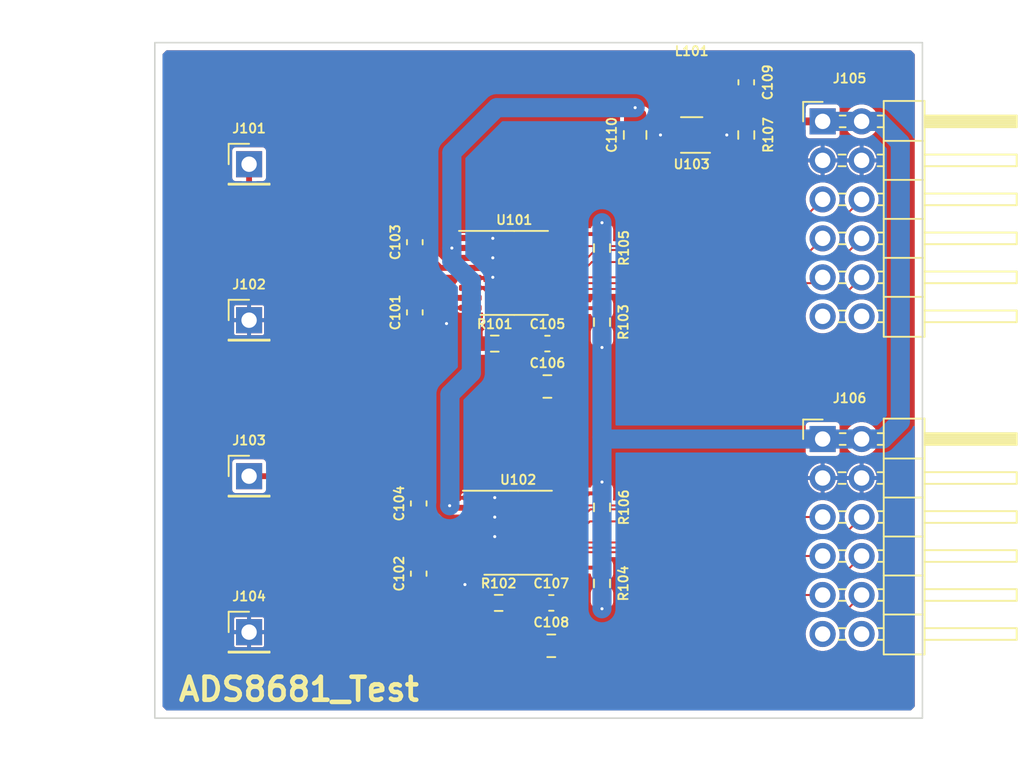
<source format=kicad_pcb>
(kicad_pcb (version 20221018) (generator pcbnew)
  (layers (0 "F.Cu" signal) (31 "B.Cu" signal) (34 "B.Paste" user) (35 "F.Paste" user) (36 "B.SilkS" user "B.Silkscreen") (37 "F.SilkS" user "F.Silkscreen") (38 "B.Mask" user) (39 "F.Mask" user) (44 "Edge.Cuts" user))
  (net 0 "")
  (net 1 "Net-(J101-Pin_1)")
  (net 2 "GND")
  (net 3 "Net-(J103-Pin_1)")
  (net 4 "Net-(U101-REFIO)")
  (net 5 "Net-(U102-REFIO)")
  (net 6 "Net-(C105-Pad1)")
  (net 7 "Net-(C107-Pad1)")
  (net 8 "+3V3")
  (net 9 "+5V")
  (net 10 "/ADC1_~{CS}")
  (net 11 "/ADC1_SDO-1")
  (net 12 "/ADC1_SCLK")
  (net 13 "/ADC1_RVS")
  (net 14 "/ADC1_SDI")
  (net 16 "/ADC1_SDO-0")
  (net 18 "/ADC2_~{CS}")
  (net 19 "/ADC2_SDO-1")
  (net 20 "/ADC2_SCLK")
  (net 21 "/ADC2_RVS")
  (net 22 "/ADC2_SDI")
  (net 24 "/ADC2_SDO-0")
  (net 26 "Net-(U101-REFCAP)")
  (net 27 "Net-(U102-REFCAP)")
  (net 28 "Net-(U101-~{RST})")
  (net 29 "Net-(U102-~{RST})")
  (net 30 "Net-(U103-~{SHDN})")
  (net 31 "Net-(U103-SW)")
  (footprint "Library:NRH3012" (layer "F.Cu") (at 132.969 53.086 180)
    (fp_text reference "L101" (at 0 2.032 unlocked) (layer "F.SilkS") (effects (font (size 0.6 0.6) (thickness 0.12))))
    (fp_text value locked "NRH3012T100MN")
    (pad "1" smd roundrect (at -1.1 0 180) (size 0.8 2.7) (layers "F.Cu" "F.Paste" "F.Mask") (net 8 "+3V3"))
    (pad "2" smd roundrect (at 1.1 0 180) (size 0.8 2.7) (layers "F.Cu" "F.Paste" "F.Mask") (net 31 "Net-(U103-SW)"))
  )
  (footprint "Capacitor_SMD:C_0603_1608Metric_Pad1.08x0.95mm_HandSolder" (layer "F.Cu") (at 123.571 70.104)
    (fp_text reference "C105" (at 0 -1.27) (layer "F.SilkS") (effects (font (size 0.6 0.6) (thickness 0.12))))
    (fp_text value "1u")
    (pad "1" smd roundrect (at -0.8625 0) (size 1.075 0.95) (layers "F.Cu" "F.Paste" "F.Mask") (net 6 "Net-(C105-Pad1)"))
    (pad "2" smd roundrect (at 0.8625 0) (size 1.075 0.95) (layers "F.Cu" "F.Paste" "F.Mask") (net 2 "GND"))
  )
  (footprint "Connector_PinHeader_2.54mm:PinHeader_2x06_P2.54mm_Horizontal" (layer "F.Cu") (at 141.5 55.63)
    (fp_text reference "J105" (at 1.756 -2.798) (layer "F.SilkS") (effects (font (size 0.6 0.6) (thickness 0.12))))
    (fp_text value "71764-0012")
    (pad "1" thru_hole rect locked (at 0 0) (size 1.7 1.7) (drill 1) (layers "*.Cu" "*.Mask") (net 8 "+3V3"))
    (pad "2" thru_hole oval locked (at 2.54 0) (size 1.7 1.7) (drill 1) (layers "*.Cu" "*.Mask") (net 8 "+3V3"))
    (pad "3" thru_hole oval locked (at 0 2.54) (size 1.7 1.7) (drill 1) (layers "*.Cu" "*.Mask") (net 2 "GND"))
    (pad "4" thru_hole oval locked (at 2.54 2.54) (size 1.7 1.7) (drill 1) (layers "*.Cu" "*.Mask") (net 2 "GND"))
    (pad "5" thru_hole oval locked (at 0 5.08) (size 1.7 1.7) (drill 1) (layers "*.Cu" "*.Mask") (net 13 "/ADC1_RVS"))
    (pad "6" thru_hole oval locked (at 2.54 5.08) (size 1.7 1.7) (drill 1) (layers "*.Cu" "*.Mask") (net 11 "/ADC1_SDO-1"))
    (pad "7" thru_hole oval locked (at 0 7.62) (size 1.7 1.7) (drill 1) (layers "*.Cu" "*.Mask") (net 16 "/ADC1_SDO-0"))
    (pad "8" thru_hole oval locked (at 2.54 7.62) (size 1.7 1.7) (drill 1) (layers "*.Cu" "*.Mask") (net 12 "/ADC1_SCLK"))
    (pad "9" thru_hole oval locked (at 0 10.16) (size 1.7 1.7) (drill 1) (layers "*.Cu" "*.Mask") (net 10 "/ADC1_~{CS}"))
    (pad "10" thru_hole oval locked (at 2.54 10.16) (size 1.7 1.7) (drill 1) (layers "*.Cu" "*.Mask") (net 14 "/ADC1_SDI"))
    (pad "11" thru_hole oval locked (at 0 12.7) (size 1.7 1.7) (drill 1) (layers "*.Cu" "*.Mask"))
    (pad "12" thru_hole oval locked (at 2.54 12.7) (size 1.7 1.7) (drill 1) (layers "*.Cu" "*.Mask"))
  )
  (footprint "Capacitor_SMD:C_0805_2012Metric_Pad1.18x1.45mm_HandSolder" (layer "F.Cu") (at 129.286 56.515 -90)
    (fp_text reference "C110" (at 0 1.524 90) (layer "F.SilkS") (effects (font (size 0.6 0.6) (thickness 0.12))))
    (fp_text value "GRM21BR60J226ME39L")
    (pad "1" smd roundrect (at -1.0375 0 270) (size 1.175 1.45) (layers "F.Cu" "F.Paste" "F.Mask") (roundrect_rratio 0.2127659574) (net 9 "+5V"))
    (pad "2" smd roundrect (at 1.0375 0 270) (size 1.175 1.45) (layers "F.Cu" "F.Paste" "F.Mask") (roundrect_rratio 0.2127659574) (net 2 "GND"))
  )
  (footprint "Capacitor_SMD:C_0603_1608Metric_Pad1.08x0.95mm_HandSolder" (layer "F.Cu") (at 115.189 85.09 -90)
    (fp_text reference "C102" (at 0 1.27 90) (layer "F.SilkS") (effects (font (size 0.6 0.6) (thickness 0.12))))
    (fp_text value "330p")
    (pad "1" smd roundrect (at -0.8625 0 270) (size 1.075 0.95) (layers "F.Cu" "F.Paste" "F.Mask") (net 3 "Net-(J103-Pin_1)"))
    (pad "2" smd roundrect (at 0.8625 0 270) (size 1.075 0.95) (layers "F.Cu" "F.Paste" "F.Mask") (net 2 "GND"))
  )
  (footprint "Connector_PinHeader_2.54mm:PinHeader_1x01_P2.54mm_Vertical" (layer "F.Cu") (at 104.14 58.42)
    (fp_text reference "J101" (at 0 -2.33) (layer "F.SilkS") (effects (font (size 0.6 0.6) (thickness 0.12))))
    (fp_text value "Conn_01x01")
    (pad "1" thru_hole rect (at 0 0) (size 1.7 1.7) (drill 1) (layers "*.Cu" "*.Mask") (net 1 "Net-(J101-Pin_1)"))
  )
  (footprint "Resistor_SMD:R_0603_1608Metric_Pad0.98x0.95mm_HandSolder" (layer "F.Cu") (at 127.127 85.725 90)
    (fp_text reference "R104" (at 0 1.397 90) (layer "F.SilkS") (effects (font (size 0.6 0.6) (thickness 0.12))))
    (fp_text value "10k")
    (pad "1" smd roundrect (at -0.9125 0 90) (size 0.975 0.95) (layers "F.Cu" "F.Paste" "F.Mask") (net 8 "+3V3"))
    (pad "2" smd roundrect (at 0.9125 0 90) (size 0.975 0.95) (layers "F.Cu" "F.Paste" "F.Mask") (net 29 "Net-(U102-~{RST})"))
  )
  (footprint "Connector_PinHeader_2.54mm:PinHeader_1x01_P2.54mm_Vertical" (layer "F.Cu") (at 104.14 88.9)
    (fp_text reference "J104" (at 0 -2.33) (layer "F.SilkS") (effects (font (size 0.6 0.6) (thickness 0.12))))
    (fp_text value "Conn_01x01")
    (pad "1" thru_hole rect (at 0 0) (size 1.7 1.7) (drill 1) (layers "*.Cu" "*.Mask") (net 2 "GND"))
  )
  (footprint "Capacitor_SMD:C_0603_1608Metric_Pad1.08x0.95mm_HandSolder" (layer "F.Cu") (at 115.189 80.518 -90)
    (fp_text reference "C104" (at 0 1.27 90) (layer "F.SilkS") (effects (font (size 0.6 0.6) (thickness 0.12))))
    (fp_text value "4u7")
    (pad "1" smd roundrect (at -0.8625 0 270) (size 1.075 0.95) (layers "F.Cu" "F.Paste" "F.Mask") (net 2 "GND"))
    (pad "2" smd roundrect (at 0.8625 0 270) (size 1.075 0.95) (layers "F.Cu" "F.Paste" "F.Mask") (net 5 "Net-(U102-REFIO)"))
  )
  (footprint "Resistor_SMD:R_0603_1608Metric_Pad0.98x0.95mm_HandSolder" (layer "F.Cu") (at 127.127 63.881 -90)
    (fp_text reference "R105" (at 0 -1.43 90) (layer "F.SilkS") (effects (font (size 0.6 0.6) (thickness 0.12))))
    (fp_text value "10k")
    (pad "1" smd roundrect (at -0.9125 0 270) (size 0.975 0.95) (layers "F.Cu" "F.Paste" "F.Mask") (net 8 "+3V3"))
    (pad "2" smd roundrect (at 0.9125 0 270) (size 0.975 0.95) (layers "F.Cu" "F.Paste" "F.Mask") (net 16 "/ADC1_SDO-0"))
  )
  (footprint "Capacitor_SMD:C_0603_1608Metric_Pad1.08x0.95mm_HandSolder" (layer "F.Cu") (at 114.935 63.5 -90)
    (fp_text reference "C103" (at 0 1.27 90) (layer "F.SilkS") (effects (font (size 0.6 0.6) (thickness 0.12))))
    (fp_text value "4u7")
    (pad "1" smd roundrect (at -0.8625 0 270) (size 1.075 0.95) (layers "F.Cu" "F.Paste" "F.Mask") (net 2 "GND"))
    (pad "2" smd roundrect (at 0.8625 0 270) (size 1.075 0.95) (layers "F.Cu" "F.Paste" "F.Mask") (net 4 "Net-(U101-REFIO)"))
  )
  (footprint "Resistor_SMD:R_0603_1608Metric_Pad0.98x0.95mm_HandSolder" (layer "F.Cu") (at 127.127 68.707 90)
    (fp_text reference "R103" (at 0 1.397 90) (layer "F.SilkS") (effects (font (size 0.6 0.6) (thickness 0.12))))
    (fp_text value "10k")
    (pad "1" smd roundrect (at -0.9125 0 90) (size 0.975 0.95) (layers "F.Cu" "F.Paste" "F.Mask") (net 8 "+3V3"))
    (pad "2" smd roundrect (at 0.9125 0 90) (size 0.975 0.95) (layers "F.Cu" "F.Paste" "F.Mask") (net 28 "Net-(U101-~{RST})"))
  )
  (footprint "Connector_PinHeader_2.54mm:PinHeader_2x06_P2.54mm_Horizontal" (layer "F.Cu") (at 141.5 76.32)
    (fp_text reference "J106" (at 1.756 -2.66) (layer "F.SilkS") (effects (font (size 0.6 0.6) (thickness 0.12))))
    (fp_text value "71764-0012")
    (pad "1" thru_hole rect locked (at 0 0) (size 1.7 1.7) (drill 1) (layers "*.Cu" "*.Mask") (net 8 "+3V3"))
    (pad "2" thru_hole oval locked (at 2.54 0) (size 1.7 1.7) (drill 1) (layers "*.Cu" "*.Mask") (net 8 "+3V3"))
    (pad "3" thru_hole oval locked (at 0 2.54) (size 1.7 1.7) (drill 1) (layers "*.Cu" "*.Mask") (net 2 "GND"))
    (pad "4" thru_hole oval locked (at 2.54 2.54) (size 1.7 1.7) (drill 1) (layers "*.Cu" "*.Mask") (net 2 "GND"))
    (pad "5" thru_hole oval locked (at 0 5.08) (size 1.7 1.7) (drill 1) (layers "*.Cu" "*.Mask") (net 21 "/ADC2_RVS"))
    (pad "6" thru_hole oval locked (at 2.54 5.08) (size 1.7 1.7) (drill 1) (layers "*.Cu" "*.Mask") (net 19 "/ADC2_SDO-1"))
    (pad "7" thru_hole oval locked (at 0 7.62) (size 1.7 1.7) (drill 1) (layers "*.Cu" "*.Mask") (net 24 "/ADC2_SDO-0"))
    (pad "8" thru_hole oval locked (at 2.54 7.62) (size 1.7 1.7) (drill 1) (layers "*.Cu" "*.Mask") (net 20 "/ADC2_SCLK"))
    (pad "9" thru_hole oval locked (at 0 10.16) (size 1.7 1.7) (drill 1) (layers "*.Cu" "*.Mask") (net 18 "/ADC2_~{CS}"))
    (pad "10" thru_hole oval locked (at 2.54 10.16) (size 1.7 1.7) (drill 1) (layers "*.Cu" "*.Mask") (net 22 "/ADC2_SDI"))
    (pad "11" thru_hole oval locked (at 0 12.7) (size 1.7 1.7) (drill 1) (layers "*.Cu" "*.Mask"))
    (pad "12" thru_hole oval locked (at 2.54 12.7) (size 1.7 1.7) (drill 1) (layers "*.Cu" "*.Mask"))
  )
  (footprint "Connector_PinHeader_2.54mm:PinHeader_1x01_P2.54mm_Vertical" (layer "F.Cu") (at 104.14 78.74)
    (fp_text reference "J103" (at 0 -2.33) (layer "F.SilkS") (effects (font (size 0.6 0.6) (thickness 0.12))))
    (fp_text value "Conn_01x01")
    (pad "1" thru_hole rect (at 0 0) (size 1.7 1.7) (drill 1) (layers "*.Cu" "*.Mask") (net 3 "Net-(J103-Pin_1)"))
  )
  (footprint "Capacitor_SMD:C_0805_2012Metric_Pad1.18x1.45mm_HandSolder" (layer "F.Cu") (at 123.571 72.898)
    (fp_text reference "C106" (at 0 -1.524) (layer "F.SilkS") (effects (font (size 0.6 0.6) (thickness 0.12))))
    (fp_text value "22u")
    (pad "1" smd roundrect (at -1.0375 0) (size 1.175 1.45) (layers "F.Cu" "F.Paste" "F.Mask") (roundrect_rratio 0.2127659574) (net 6 "Net-(C105-Pad1)"))
    (pad "2" smd roundrect (at 1.0375 0) (size 1.175 1.45) (layers "F.Cu" "F.Paste" "F.Mask") (roundrect_rratio 0.2127659574) (net 2 "GND"))
  )
  (footprint "Package_SO:TSSOP-16_4.4x5mm_P0.65mm" (layer "F.Cu") (at 121.412 65.5)
    (fp_text reference "U101" (at 0 -3.45) (layer "F.SilkS") (effects (font (size 0.6 0.6) (thickness 0.12))))
    (fp_text value "ADS8681IPWR")
    (pad "1" smd roundrect (at -2.8625 -2.275) (size 1.475 0.4) (layers "F.Cu" "F.Paste" "F.Mask") (net 2 "GND"))
    (pad "2" smd roundrect (at -2.8625 -1.625) (size 1.475 0.4) (layers "F.Cu" "F.Paste" "F.Mask") (net 9 "+5V"))
    (pad "3" smd roundrect (at -2.8625 -0.975) (size 1.475 0.4) (layers "F.Cu" "F.Paste" "F.Mask") (net 2 "GND"))
    (pad "4" smd roundrect (at -2.8625 -0.325) (size 1.475 0.4) (layers "F.Cu" "F.Paste" "F.Mask") (net 4 "Net-(U101-REFIO)"))
    (pad "5" smd roundrect (at -2.8625 0.325) (size 1.475 0.4) (layers "F.Cu" "F.Paste" "F.Mask") (net 2 "GND"))
    (pad "6" smd roundrect (at -2.8625 0.975) (size 1.475 0.4) (layers "F.Cu" "F.Paste" "F.Mask") (net 26 "Net-(U101-REFCAP)"))
    (pad "7" smd roundrect (at -2.8625 1.625) (size 1.475 0.4) (layers "F.Cu" "F.Paste" "F.Mask") (net 1 "Net-(J101-Pin_1)"))
    (pad "8" smd roundrect (at -2.8625 2.275) (size 1.475 0.4) (layers "F.Cu" "F.Paste" "F.Mask") (net 2 "GND"))
    (pad "9" smd roundrect (at 2.8625 2.275) (size 1.475 0.4) (layers "F.Cu" "F.Paste" "F.Mask") (net 28 "Net-(U101-~{RST})"))
    (pad "10" smd roundrect (at 2.8625 1.625) (size 1.475 0.4) (layers "F.Cu" "F.Paste" "F.Mask") (net 14 "/ADC1_SDI"))
    (pad "11" smd roundrect (at 2.8625 0.975) (size 1.475 0.4) (layers "F.Cu" "F.Paste" "F.Mask") (net 10 "/ADC1_~{CS}"))
    (pad "12" smd roundrect (at 2.8625 0.325) (size 1.475 0.4) (layers "F.Cu" "F.Paste" "F.Mask") (net 12 "/ADC1_SCLK"))
    (pad "13" smd roundrect (at 2.8625 -0.325) (size 1.475 0.4) (layers "F.Cu" "F.Paste" "F.Mask") (net 16 "/ADC1_SDO-0"))
    (pad "14" smd roundrect (at 2.8625 -0.975) (size 1.475 0.4) (layers "F.Cu" "F.Paste" "F.Mask") (net 11 "/ADC1_SDO-1"))
    (pad "15" smd roundrect (at 2.8625 -1.625) (size 1.475 0.4) (layers "F.Cu" "F.Paste" "F.Mask") (net 13 "/ADC1_RVS"))
    (pad "16" smd roundrect (at 2.8625 -2.275) (size 1.475 0.4) (layers "F.Cu" "F.Paste" "F.Mask") (net 8 "+3V3"))
  )
  (footprint "Connector_PinHeader_2.54mm:PinHeader_1x01_P2.54mm_Vertical" (layer "F.Cu") (at 104.14 68.58)
    (fp_text reference "J102" (at 0 -2.33) (layer "F.SilkS") (effects (font (size 0.6 0.6) (thickness 0.12))))
    (fp_text value "Conn_01x01")
    (pad "1" thru_hole rect (at 0 0) (size 1.7 1.7) (drill 1) (layers "*.Cu" "*.Mask") (net 2 "GND"))
  )
  (footprint "Capacitor_SMD:C_0805_2012Metric_Pad1.18x1.45mm_HandSolder" (layer "F.Cu") (at 123.825 89.789)
    (fp_text reference "C108" (at 0 -1.524) (layer "F.SilkS") (effects (font (size 0.6 0.6) (thickness 0.12))))
    (fp_text value "22u")
    (pad "1" smd roundrect (at -1.0375 0) (size 1.175 1.45) (layers "F.Cu" "F.Paste" "F.Mask") (roundrect_rratio 0.2127659574) (net 7 "Net-(C107-Pad1)"))
    (pad "2" smd roundrect (at 1.0375 0) (size 1.175 1.45) (layers "F.Cu" "F.Paste" "F.Mask") (roundrect_rratio 0.2127659574) (net 2 "GND"))
  )
  (footprint "Package_TO_SOT_SMD:SOT-363_SC-70-6" (layer "F.Cu") (at 132.969 56.515 180)
    (fp_text reference "U103" (at 0 -1.905) (layer "F.SilkS") (effects (font (size 0.6 0.6) (thickness 0.12))))
    (fp_text value "LTC3525-5")
    (pad "1" smd rect (at -0.95 -0.65 180) (size 0.65 0.4) (layers "F.Cu" "F.Paste" "F.Mask") (net 30 "Net-(U103-~{SHDN})"))
    (pad "2" smd rect (at -0.95 0 180) (size 0.65 0.4) (layers "F.Cu" "F.Paste" "F.Mask") (net 2 "GND"))
    (pad "3" smd rect (at -0.95 0.65 180) (size 0.65 0.4) (layers "F.Cu" "F.Paste" "F.Mask") (net 8 "+3V3"))
    (pad "4" smd rect (at 0.95 0.65 180) (size 0.65 0.4) (layers "F.Cu" "F.Paste" "F.Mask") (net 9 "+5V"))
    (pad "5" smd rect (at 0.95 0 180) (size 0.65 0.4) (layers "F.Cu" "F.Paste" "F.Mask") (net 2 "GND"))
    (pad "6" smd rect (at 0.95 -0.65 180) (size 0.65 0.4) (layers "F.Cu" "F.Paste" "F.Mask") (net 31 "Net-(U103-SW)"))
  )
  (footprint "Capacitor_SMD:C_0603_1608Metric_Pad1.08x0.95mm_HandSolder" (layer "F.Cu") (at 136.525 53.086 90)
    (fp_text reference "C109" (at 0 1.397 90) (layer "F.SilkS") (effects (font (size 0.6 0.6) (thickness 0.12))))
    (fp_text value "1u")
    (pad "1" smd roundrect (at -0.8625 0 90) (size 1.075 0.95) (layers "F.Cu" "F.Paste" "F.Mask") (net 8 "+3V3"))
    (pad "2" smd roundrect (at 0.8625 0 90) (size 1.075 0.95) (layers "F.Cu" "F.Paste" "F.Mask") (net 2 "GND"))
  )
  (footprint "Resistor_SMD:R_0603_1608Metric_Pad0.98x0.95mm_HandSolder" (layer "F.Cu") (at 136.525 56.515 -90)
    (fp_text reference "R107" (at 0 -1.43 90) (layer "F.SilkS") (effects (font (size 0.6 0.6) (thickness 0.12))))
    (fp_text value "0")
    (pad "1" smd roundrect (at -0.9125 0 270) (size 0.975 0.95) (layers "F.Cu" "F.Paste" "F.Mask") (net 8 "+3V3"))
    (pad "2" smd roundrect (at 0.9125 0 270) (size 0.975 0.95) (layers "F.Cu" "F.Paste" "F.Mask") (net 30 "Net-(U103-~{SHDN})"))
  )
  (footprint "Package_SO:TSSOP-16_4.4x5mm_P0.65mm" (layer "F.Cu") (at 121.666 82.423)
    (fp_text reference "U102" (at 0 -3.45) (layer "F.SilkS") (effects (font (size 0.6 0.6) (thickness 0.12))))
    (fp_text value "ADS8681IPWR")
    (pad "1" smd roundrect (at -2.8625 -2.275) (size 1.475 0.4) (layers "F.Cu" "F.Paste" "F.Mask") (net 2 "GND"))
    (pad "2" smd roundrect (at -2.8625 -1.625) (size 1.475 0.4) (layers "F.Cu" "F.Paste" "F.Mask") (net 9 "+5V"))
    (pad "3" smd roundrect (at -2.8625 -0.975) (size 1.475 0.4) (layers "F.Cu" "F.Paste" "F.Mask") (net 2 "GND"))
    (pad "4" smd roundrect (at -2.8625 -0.325) (size 1.475 0.4) (layers "F.Cu" "F.Paste" "F.Mask") (net 5 "Net-(U102-REFIO)"))
    (pad "5" smd roundrect (at -2.8625 0.325) (size 1.475 0.4) (layers "F.Cu" "F.Paste" "F.Mask") (net 2 "GND"))
    (pad "6" smd roundrect (at -2.8625 0.975) (size 1.475 0.4) (layers "F.Cu" "F.Paste" "F.Mask") (net 27 "Net-(U102-REFCAP)"))
    (pad "7" smd roundrect (at -2.8625 1.625) (size 1.475 0.4) (layers "F.Cu" "F.Paste" "F.Mask") (net 3 "Net-(J103-Pin_1)"))
    (pad "8" smd roundrect (at -2.8625 2.275) (size 1.475 0.4) (layers "F.Cu" "F.Paste" "F.Mask") (net 2 "GND"))
    (pad "9" smd roundrect (at 2.8625 2.275) (size 1.475 0.4) (layers "F.Cu" "F.Paste" "F.Mask") (net 29 "Net-(U102-~{RST})"))
    (pad "10" smd roundrect (at 2.8625 1.625) (size 1.475 0.4) (layers "F.Cu" "F.Paste" "F.Mask") (net 22 "/ADC2_SDI"))
    (pad "11" smd roundrect (at 2.8625 0.975) (size 1.475 0.4) (layers "F.Cu" "F.Paste" "F.Mask") (net 18 "/ADC2_~{CS}"))
    (pad "12" smd roundrect (at 2.8625 0.325) (size 1.475 0.4) (layers "F.Cu" "F.Paste" "F.Mask") (net 20 "/ADC2_SCLK"))
    (pad "13" smd roundrect (at 2.8625 -0.325) (size 1.475 0.4) (layers "F.Cu" "F.Paste" "F.Mask") (net 24 "/ADC2_SDO-0"))
    (pad "14" smd roundrect (at 2.8625 -0.975) (size 1.475 0.4) (layers "F.Cu" "F.Paste" "F.Mask") (net 19 "/ADC2_SDO-1"))
    (pad "15" smd roundrect (at 2.8625 -1.625) (size 1.475 0.4) (layers "F.Cu" "F.Paste" "F.Mask") (net 21 "/ADC2_RVS"))
    (pad "16" smd roundrect (at 2.8625 -2.275) (size 1.475 0.4) (layers "F.Cu" "F.Paste" "F.Mask") (net 8 "+3V3"))
  )
  (footprint "Capacitor_SMD:C_0603_1608Metric_Pad1.08x0.95mm_HandSolder" (layer "F.Cu") (at 114.935 68.072 -90)
    (fp_text reference "C101" (at 0 1.27 90) (layer "F.SilkS") (effects (font (size 0.6 0.6) (thickness 0.12))))
    (fp_text value "330p")
    (pad "1" smd roundrect (at -0.8625 0 270) (size 1.075 0.95) (layers "F.Cu" "F.Paste" "F.Mask") (net 1 "Net-(J101-Pin_1)"))
    (pad "2" smd roundrect (at 0.8625 0 270) (size 1.075 0.95) (layers "F.Cu" "F.Paste" "F.Mask") (net 2 "GND"))
  )
  (footprint "Resistor_SMD:R_0603_1608Metric_Pad0.98x0.95mm_HandSolder" (layer "F.Cu") (at 120.396 86.995)
    (fp_text reference "R102" (at 0 -1.27) (layer "F.SilkS") (effects (font (size 0.6 0.6) (thickness 0.12))))
    (fp_text value "0R22")
    (pad "1" smd roundrect (at -0.9125 0) (size 0.975 0.95) (layers "F.Cu" "F.Paste" "F.Mask") (net 27 "Net-(U102-REFCAP)"))
    (pad "2" smd roundrect (at 0.9125 0) (size 0.975 0.95) (layers "F.Cu" "F.Paste" "F.Mask") (net 7 "Net-(C107-Pad1)"))
  )
  (footprint "Capacitor_SMD:C_0603_1608Metric_Pad1.08x0.95mm_HandSolder" (layer "F.Cu") (at 123.825 86.995)
    (fp_text reference "C107" (at 0 -1.27) (layer "F.SilkS") (effects (font (size 0.6 0.6) (thickness 0.12))))
    (fp_text value "1u")
    (pad "1" smd roundrect (at -0.8625 0) (size 1.075 0.95) (layers "F.Cu" "F.Paste" "F.Mask") (net 7 "Net-(C107-Pad1)"))
    (pad "2" smd roundrect (at 0.8625 0) (size 1.075 0.95) (layers "F.Cu" "F.Paste" "F.Mask") (net 2 "GND"))
  )
  (footprint "Resistor_SMD:R_0603_1608Metric_Pad0.98x0.95mm_HandSolder" (layer "F.Cu") (at 127.127 80.772 -90)
    (fp_text reference "R106" (at 0 -1.43 90) (layer "F.SilkS") (effects (font (size 0.6 0.6) (thickness 0.12))))
    (fp_text value "10k")
    (pad "1" smd roundrect (at -0.9125 0 270) (size 0.975 0.95) (layers "F.Cu" "F.Paste" "F.Mask") (net 8 "+3V3"))
    (pad "2" smd roundrect (at 0.9125 0 270) (size 0.975 0.95) (layers "F.Cu" "F.Paste" "F.Mask") (net 24 "/ADC2_SDO-0"))
  )
  (footprint "Resistor_SMD:R_0603_1608Metric_Pad0.98x0.95mm_HandSolder" (layer "F.Cu") (at 120.142 70.104)
    (fp_text reference "R101" (at 0 -1.27) (layer "F.SilkS") (effects (font (size 0.6 0.6) (thickness 0.12))))
    (fp_text value "0R22")
    (pad "1" smd roundrect (at -0.9125 0) (size 0.975 0.95) (layers "F.Cu" "F.Paste" "F.Mask") (net 26 "Net-(U101-REFCAP)"))
    (pad "2" smd roundrect (at 0.9125 0) (size 0.975 0.95) (layers "F.Cu" "F.Paste" "F.Mask") (net 6 "Net-(C105-Pad1)"))
  )
  (gr_rect (start 98 50.5) (end 148 94.5) (stroke (width 0.1)) (fill none) (layer "Edge.Cuts"))
  (gr_text "ADS8681_Test" (at 99.4 93.5) (layer "F.SilkS") (effects (font (size 1.5 1.5) (thickness 0.3) bold) (justify left bottom)))
  (segment (start 118.5495 67.125) (end 115.0195 67.125) (width 0.381) (layer "F.Cu") (net 1))
  (segment (start 114.935 67.2095) (end 110.2625 67.2095) (width 0.381) (layer "F.Cu") (net 1))
  (segment (start 104.14 61.087) (end 104.14 58.42) (width 0.381) (layer "F.Cu") (net 1))
  (segment (start 110.2625 67.2095) (end 104.14 61.087) (width 0.381) (layer "F.Cu") (net 1))
  (segment (start 115.0195 67.125) (end 114.935 67.2095) (width 0.381) (layer "F.Cu") (net 1))
  (segment (start 117 68.8) (end 118.1 68.8) (width 0.254) (layer "F.Cu") (net 2))
  (segment (start 118.5495 63.225) (end 119.994 63.225) (width 0.254) (layer "F.Cu") (net 2))
  (segment (start 118.8035 80.148) (end 120.131 80.148) (width 0.254) (layer "F.Cu") (net 2))
  (segment (start 120.131 80.148) (end 120.142 80.137) (width 0.254) (layer "F.Cu") (net 2))
  (segment (start 118.8035 81.448) (end 120.101 81.448) (width 0.254) (layer "F.Cu") (net 2))
  (segment (start 118.6 85.8) (end 118.8035 85.5965) (width 0.254) (layer "F.Cu") (net 2))
  (segment (start 119.976 65.825) (end 120.015 65.786) (width 0.254) (layer "F.Cu") (net 2))
  (segment (start 118.8035 85.5965) (end 118.8035 84.698) (width 0.254) (layer "F.Cu") (net 2))
  (segment (start 132.019 56.515) (end 130.937 56.515) (width 0.381) (layer "F.Cu") (net 2))
  (segment (start 120.071 82.748) (end 120.142 82.677) (width 0.254) (layer "F.Cu") (net 2))
  (segment (start 118.8035 82.748) (end 120.071 82.748) (width 0.254) (layer "F.Cu") (net 2))
  (segment (start 118.5495 65.825) (end 119.976 65.825) (width 0.254) (layer "F.Cu") (net 2))
  (segment (start 119.994 63.225) (end 120.015 63.246) (width 0.254) (layer "F.Cu") (net 2))
  (segment (start 118.2 85.8) (end 118.6 85.8) (width 0.254) (layer "F.Cu") (net 2))
  (segment (start 118.5495 64.525) (end 120.006 64.525) (width 0.254) (layer "F.Cu") (net 2))
  (segment (start 118.1 68.8) (end 118.5495 68.3505) (width 0.254) (layer "F.Cu") (net 2))
  (segment (start 120.101 81.448) (end 120.142 81.407) (width 0.254) (layer "F.Cu") (net 2))
  (segment (start 133.919 56.515) (end 135.255 56.515) (width 0.381) (layer "F.Cu") (net 2))
  (segment (start 118.5495 68.3505) (end 118.5495 67.775) (width 0.254) (layer "F.Cu") (net 2))
  (segment (start 120.006 64.525) (end 120.015 64.516) (width 0.254) (layer "F.Cu") (net 2))
  (via (at 120.142 80.137) (size 0.5) (drill 0.2) (layers "F.Cu" "B.Cu") (net 2))
  (via (at 120.142 81.407) (size 0.5) (drill 0.2) (layers "F.Cu" "B.Cu") (net 2))
  (via (at 120.015 65.786) (size 0.5) (drill 0.2) (layers "F.Cu" "B.Cu") (net 2))
  (via (at 120.015 64.516) (size 0.5) (drill 0.2) (layers "F.Cu" "B.Cu") (net 2))
  (via (at 130.937 56.515) (size 0.5) (drill 0.2) (layers "F.Cu" "B.Cu") (net 2))
  (via (at 120.015 63.246) (size 0.5) (drill 0.2) (layers "F.Cu" "B.Cu") (net 2))
  (via (at 120.142 82.677) (size 0.5) (drill 0.2) (layers "F.Cu" "B.Cu") (net 2))
  (via (at 135.255 56.515) (size 0.5) (drill 0.2) (layers "F.Cu" "B.Cu") (net 2))
  (via (at 117 68.8) (size 0.5) (drill 0.2) (layers "F.Cu" "B.Cu") (net 2))
  (via (at 118.2 85.8) (size 0.5) (drill 0.2) (layers "F.Cu" "B.Cu") (net 2))
  (segment (start 118.8035 84.048) (end 115.3685 84.048) (width 0.381) (layer "F.Cu") (net 3))
  (segment (start 106.426 78.74) (end 104.14 78.74) (width 0.381) (layer "F.Cu") (net 3))
  (segment (start 115.189 84.2275) (end 111.9135 84.2275) (width 0.381) (layer "F.Cu") (net 3))
  (segment (start 115.3685 84.048) (end 115.189 84.2275) (width 0.381) (layer "F.Cu") (net 3))
  (segment (start 111.9135 84.2275) (end 106.426 78.74) (width 0.381) (layer "F.Cu") (net 3))
  (segment (start 116.61 65.175) (end 115.7975 64.3625) (width 0.381) (layer "F.Cu") (net 4))
  (segment (start 118.5495 65.175) (end 116.61 65.175) (width 0.381) (layer "F.Cu") (net 4))
  (segment (start 115.7975 64.3625) (end 114.935 64.3625) (width 0.381) (layer "F.Cu") (net 4))
  (segment (start 116.769 82.098) (end 116.0515 81.3805) (width 0.381) (layer "F.Cu") (net 5))
  (segment (start 116.0515 81.3805) (end 115.189 81.3805) (width 0.381) (layer "F.Cu") (net 5))
  (segment (start 118.8035 82.098) (end 116.769 82.098) (width 0.381) (layer "F.Cu") (net 5))
  (segment (start 122.7085 70.104) (end 121.0545 70.104) (width 0.508) (layer "F.Cu") (net 6))
  (segment (start 122.5335 70.279) (end 122.7085 70.104) (width 0.508) (layer "F.Cu") (net 6))
  (segment (start 122.5335 72.898) (end 122.5335 70.279) (width 0.508) (layer "F.Cu") (net 6))
  (segment (start 122.9625 86.995) (end 121.3085 86.995) (width 0.508) (layer "F.Cu") (net 7))
  (segment (start 122.7875 87.17) (end 122.9625 86.995) (width 0.508) (layer "F.Cu") (net 7))
  (segment (start 122.7875 89.789) (end 122.7875 87.17) (width 0.508) (layer "F.Cu") (net 7))
  (segment (start 136.525 53.9485) (end 135.8635 53.9485) (width 0.508) (layer "F.Cu") (net 8))
  (segment (start 127.127 62.9685) (end 127.127 62.23) (width 0.508) (layer "F.Cu") (net 8))
  (segment (start 127.127 79.8595) (end 126.2725 79.8595) (width 0.254) (layer "F.Cu") (net 8))
  (segment (start 136.5525 55.63) (end 136.525 55.6025) (width 0.508) (layer "F.Cu") (net 8))
  (segment (start 126.2725 79.8595) (end 125.984 80.148) (width 0.254) (layer "F.Cu") (net 8))
  (segment (start 127.127 62.9685) (end 125.9865 62.9685) (width 0.254) (layer "F.Cu") (net 8))
  (segment (start 135.8635 53.9485) (end 135.001 53.086) (width 0.508) (layer "F.Cu") (net 8))
  (segment (start 141.5 55.63) (end 136.5525 55.63) (width 0.508) (layer "F.Cu") (net 8))
  (segment (start 124.5285 80.148) (end 125.984 80.148) (width 0.254) (layer "F.Cu") (net 8))
  (segment (start 125.9865 62.9685) (end 125.73 63.225) (width 0.254) (layer "F.Cu") (net 8))
  (segment (start 135.016 55.865) (end 135.2785 55.6025) (width 0.381) (layer "F.Cu") (net 8))
  (segment (start 136.525 55.6025) (end 136.525 53.9485) (width 0.381) (layer "F.Cu") (net 8))
  (segment (start 133.919 55.865) (end 135.016 55.865) (width 0.381) (layer "F.Cu") (net 8))
  (segment (start 127.127 69.6195) (end 127.127 70.358) (width 0.508) (layer "F.Cu") (net 8))
  (segment (start 127.127 79.8595) (end 127.127 79.121) (width 0.508) (layer "F.Cu") (net 8))
  (segment (start 127.127 86.6375) (end 127.127 87.376) (width 0.508) (layer "F.Cu") (net 8))
  (segment (start 135.001 53.086) (end 134.069 53.086) (width 0.508) (layer "F.Cu") (net 8))
  (segment (start 135.2785 55.6025) (end 136.525 55.6025) (width 0.381) (layer "F.Cu") (net 8))
  (segment (start 124.2745 63.225) (end 125.73 63.225) (width 0.254) (layer "F.Cu") (net 8))
  (via (at 127.127 62.23) (size 0.5) (drill 0.2) (layers "F.Cu" "B.Cu") (net 8))
  (via (at 127.127 70.358) (size 0.5) (drill 0.2) (layers "F.Cu" "B.Cu") (net 8))
  (via (at 127.127 79.121) (size 0.5) (drill 0.2) (layers "F.Cu" "B.Cu") (net 8))
  (via (at 127.127 87.376) (size 0.5) (drill 0.2) (layers "F.Cu" "B.Cu") (net 8))
  (segment (start 127.127 76.2) (end 127.127 70.358) (width 1.247) (layer "B.Cu") (net 8))
  (segment (start 145.422 76.32) (end 146.558 75.184) (width 1.247) (layer "B.Cu") (net 8))
  (segment (start 144.04 76.32) (end 145.422 76.32) (width 1.247) (layer "B.Cu") (net 8))
  (segment (start 127.127 70.358) (end 127.127 62.23) (width 1.247) (layer "B.Cu") (net 8))
  (segment (start 146.558 75.184) (end 146.558 57.023) (width 1.247) (layer "B.Cu") (net 8))
  (segment (start 144.04 76.32) (end 127.247 76.32) (width 1.247) (layer "B.Cu") (net 8))
  (segment (start 127.127 79.121) (end 127.127 76.2) (width 1.247) (layer "B.Cu") (net 8))
  (segment (start 127.247 76.32) (end 127.127 76.2) (width 1.247) (layer "B.Cu") (net 8))
  (segment (start 127.127 87.376) (end 127.127 79.121) (width 1.247) (layer "B.Cu") (net 8))
  (segment (start 145.165 55.63) (end 144.04 55.63) (width 1.247) (layer "B.Cu") (net 8))
  (segment (start 146.558 57.023) (end 145.165 55.63) (width 1.247) (layer "B.Cu") (net 8))
  (segment (start 144.04 55.63) (end 141.5 55.63) (width 1.247) (layer "B.Cu") (net 8))
  (segment (start 129.286 55.4775) (end 129.286 54.737) (width 0.508) (layer "F.Cu") (net 9))
  (segment (start 117.203 80.663) (end 117.338 80.798) (width 0.381) (layer "F.Cu") (net 9))
  (segment (start 132.019 55.865) (end 131.43 55.865) (width 0.381) (layer "F.Cu") (net 9))
  (segment (start 131.0425 55.4775) (end 129.286 55.4775) (width 0.381) (layer "F.Cu") (net 9))
  (segment (start 117.354 63.875) (end 117.348 63.881) (width 0.381) (layer "F.Cu") (net 9))
  (segment (start 131.43 55.865) (end 131.0425 55.4775) (width 0.381) (layer "F.Cu") (net 9))
  (segment (start 117.338 80.798) (end 118.8035 80.798) (width 0.381) (layer "F.Cu") (net 9))
  (segment (start 118.5495 63.875) (end 117.354 63.875) (width 0.381) (layer "F.Cu") (net 9))
  (via (at 129.286 54.737) (size 0.5) (drill 0.2) (layers "F.Cu" "B.Cu") (net 9))
  (via (at 117.348 63.881) (size 0.5) (drill 0.2) (layers "F.Cu" "B.Cu") (net 9))
  (via (at 117.203 80.663) (size 0.5) (drill 0.2) (layers "F.Cu" "B.Cu") (net 9))
  (segment (start 117.221 73.406) (end 118.618 72.009) (width 1.247) (layer "B.Cu") (net 9))
  (segment (start 118.618 66.04) (end 117.348 64.77) (width 1.247) (layer "B.Cu") (net 9))
  (segment (start 120.269 54.737) (end 117.348 57.658) (width 1.247) (layer "B.Cu") (net 9))
  (segment (start 117.221 80.645) (end 117.221 73.406) (width 1.247) (layer "B.Cu") (net 9))
  (segment (start 117.348 57.658) (end 117.348 63.881) (width 1.247) (layer "B.Cu") (net 9))
  (segment (start 117.203 80.663) (end 117.221 80.645) (width 1.247) (layer "B.Cu") (net 9))
  (segment (start 117.348 64.77) (end 117.348 63.881) (width 1.247) (layer "B.Cu") (net 9))
  (segment (start 129.286 54.737) (end 120.269 54.737) (width 1.247) (layer "B.Cu") (net 9))
  (segment (start 118.618 72.009) (end 118.618 66.04) (width 1.247) (layer "B.Cu") (net 9))
  (segment (start 124.2745 66.475) (end 125.69779 66.475) (width 0.127) (layer "F.Cu") (net 10))
  (segment (start 141.123 66.167) (end 141.5 65.79) (width 0.127) (layer "F.Cu") (net 10))
  (segment (start 125.69779 66.475) (end 126.00579 66.167) (width 0.127) (layer "F.Cu") (net 10))
  (segment (start 126.00579 66.167) (end 141.123 66.167) (width 0.127) (layer "F.Cu") (net 10))
  (segment (start 126.175717 64.525) (end 126.692717 64.008) (width 0.127) (layer "F.Cu") (net 11))
  (segment (start 126.692717 64.008) (end 138.850255 64.008) (width 0.127) (layer "F.Cu") (net 11))
  (segment (start 140.882255 61.976) (end 142.774 61.976) (width 0.127) (layer "F.Cu") (net 11))
  (segment (start 124.2745 64.525) (end 126.175717 64.525) (width 0.127) (layer "F.Cu") (net 11))
  (segment (start 138.850255 64.008) (end 140.882255 61.976) (width 0.127) (layer "F.Cu") (net 11))
  (segment (start 142.774 61.976) (end 144.04 60.71) (width 0.127) (layer "F.Cu") (net 11))
  (segment (start 124.2745 65.825) (end 124.3135 65.786) (width 0.127) (layer "F.Cu") (net 12))
  (segment (start 142.774 64.516) (end 144.04 63.25) (width 0.127) (layer "F.Cu") (net 12))
  (segment (start 139.6365 65.786) (end 140.9065 64.516) (width 0.127) (layer "F.Cu") (net 12))
  (segment (start 140.9065 64.516) (end 142.774 64.516) (width 0.127) (layer "F.Cu") (net 12))
  (segment (start 124.3135 65.786) (end 139.6365 65.786) (width 0.127) (layer "F.Cu") (net 12))
  (segment (start 124.2745 63.875) (end 126.111 63.875) (width 0.127) (layer "F.Cu") (net 13))
  (segment (start 138.456 63.754) (end 141.5 60.71) (width 0.127) (layer "F.Cu") (net 13))
  (segment (start 126.232 63.754) (end 138.456 63.754) (width 0.127) (layer "F.Cu") (net 13))
  (segment (start 126.111 63.875) (end 126.232 63.754) (width 0.127) (layer "F.Cu") (net 13))
  (segment (start 140.116255 66.548) (end 140.624255 67.056) (width 0.127) (layer "F.Cu") (net 14))
  (segment (start 142.774 67.056) (end 144.04 65.79) (width 0.127) (layer "F.Cu") (net 14))
  (segment (start 125.476 67.183) (end 126.111 66.548) (width 0.127) (layer "F.Cu") (net 14))
  (segment (start 140.624255 67.056) (end 142.774 67.056) (width 0.127) (layer "F.Cu") (net 14))
  (segment (start 124.2745 67.125) (end 124.3325 67.183) (width 0.127) (layer "F.Cu") (net 14))
  (segment (start 126.111 66.548) (end 140.116255 66.548) (width 0.127) (layer "F.Cu") (net 14))
  (segment (start 124.3325 67.183) (end 125.476 67.183) (width 0.127) (layer "F.Cu") (net 14))
  (segment (start 126.4685 64.7935) (end 126.087 65.175) (width 0.127) (layer "F.Cu") (net 16))
  (segment (start 126.087 65.175) (end 124.2745 65.175) (width 0.127) (layer "F.Cu") (net 16))
  (segment (start 141.5 63.25) (end 139.9565 64.7935) (width 0.127) (layer "F.Cu") (net 16))
  (segment (start 139.9565 64.7935) (end 126.4685 64.7935) (width 0.127) (layer "F.Cu") (net 16))
  (segment (start 124.5285 83.398) (end 137.119 83.398) (width 0.127) (layer "F.Cu") (net 18))
  (segment (start 137.119 83.398) (end 140.201 86.48) (width 0.127) (layer "F.Cu") (net 18))
  (segment (start 140.201 86.48) (end 141.5 86.48) (width 0.127) (layer "F.Cu") (net 18))
  (segment (start 126.374215 80.899) (end 138.557 80.899) (width 0.127) (layer "F.Cu") (net 19))
  (segment (start 142.763 82.677) (end 144.04 81.4) (width 0.127) (layer "F.Cu") (net 19))
  (segment (start 140.335 82.677) (end 142.763 82.677) (width 0.127) (layer "F.Cu") (net 19))
  (segment (start 138.557 80.899) (end 140.335 82.677) (width 0.127) (layer "F.Cu") (net 19))
  (segment (start 124.5285 81.448) (end 125.825215 81.448) (width 0.127) (layer "F.Cu") (net 19))
  (segment (start 125.825215 81.448) (end 126.374215 80.899) (width 0.127) (layer "F.Cu") (net 19))
  (segment (start 125.801 82.748) (end 126.111 83.058) (width 0.127) (layer "F.Cu") (net 20))
  (segment (start 139.827 85.217) (end 142.763 85.217) (width 0.127) (layer "F.Cu") (net 20))
  (segment (start 137.668 83.058) (end 139.827 85.217) (width 0.127) (layer "F.Cu") (net 20))
  (segment (start 142.763 85.217) (end 144.04 83.94) (width 0.127) (layer "F.Cu") (net 20))
  (segment (start 124.5285 82.748) (end 125.801 82.748) (width 0.127) (layer "F.Cu") (net 20))
  (segment (start 126.111 83.058) (end 137.668 83.058) (width 0.127) (layer "F.Cu") (net 20))
  (segment (start 125.831 80.798) (end 125.984 80.645) (width 0.127) (layer "F.Cu") (net 21))
  (segment (start 124.5285 80.798) (end 125.831 80.798) (width 0.127) (layer "F.Cu") (net 21))
  (segment (start 125.984 80.645) (end 139.446 80.645) (width 0.127) (layer "F.Cu") (net 21))
  (segment (start 139.446 80.645) (end 140.201 81.4) (width 0.127) (layer "F.Cu") (net 21))
  (segment (start 140.201 81.4) (end 141.5 81.4) (width 0.127) (layer "F.Cu") (net 21))
  (segment (start 136.502255 83.693) (end 140.566255 87.757) (width 0.127) (layer "F.Cu") (net 22))
  (segment (start 124.5285 84.048) (end 125.756 84.048) (width 0.127) (layer "F.Cu") (net 22))
  (segment (start 140.566255 87.757) (end 142.763 87.757) (width 0.127) (layer "F.Cu") (net 22))
  (segment (start 142.763 87.757) (end 144.04 86.48) (width 0.127) (layer "F.Cu") (net 22))
  (segment (start 126.111 83.693) (end 136.502255 83.693) (width 0.127) (layer "F.Cu") (net 22))
  (segment (start 125.756 84.048) (end 126.111 83.693) (width 0.127) (layer "F.Cu") (net 22))
  (segment (start 125.928 82.098) (end 126.3415 81.6845) (width 0.127) (layer "F.Cu") (net 24))
  (segment (start 138.0725 81.6845) (end 140.328 83.94) (width 0.127) (layer "F.Cu") (net 24))
  (segment (start 127.127 81.6845) (end 138.0725 81.6845) (width 0.127) (layer "F.Cu") (net 24))
  (segment (start 124.5285 82.098) (end 125.928 82.098) (width 0.127) (layer "F.Cu") (net 24))
  (segment (start 140.328 83.94) (end 141.5 83.94) (width 0.127) (layer "F.Cu") (net 24))
  (segment (start 126.3415 81.6845) (end 127.127 81.6845) (width 0.127) (layer "F.Cu") (net 24))
  (segment (start 119.2295 69.2385) (end 119.761 68.707) (width 0.254) (layer "F.Cu") (net 26))
  (segment (start 119.761 66.802) (end 119.434 66.475) (width 0.254) (layer "F.Cu") (net 26))
  (segment (start 119.761 68.707) (end 119.761 66.802) (width 0.254) (layer "F.Cu") (net 26))
  (segment (start 119.2295 70.104) (end 119.2295 69.2385) (width 0.254) (layer "F.Cu") (net 26))
  (segment (start 119.434 66.475) (end 118.5495 66.475) (width 0.254) (layer "F.Cu") (net 26))
  (segment (start 119.847 83.398) (end 118.8035 83.398) (width 0.254) (layer "F.Cu") (net 27))
  (segment (start 119.4835 86.995) (end 119.4835 85.8755) (width 0.254) (layer "F.Cu") (net 27))
  (segment (start 120.142 85.217) (end 120.142 83.693) (width 0.254) (layer "F.Cu") (net 27))
  (segment (start 120.142 83.693) (end 119.847 83.398) (width 0.254) (layer "F.Cu") (net 27))
  (segment (start 119.4835 85.8755) (end 120.142 85.217) (width 0.254) (layer "F.Cu") (net 27))
  (segment (start 127.127 67.7945) (end 124.294 67.7945) (width 0.254) (layer "F.Cu") (net 28))
  (segment (start 124.294 67.7945) (end 124.2745 67.775) (width 0.254) (layer "F.Cu") (net 28))
  (segment (start 127.0125 84.698) (end 124.5285 84.698) (width 0.254) (layer "F.Cu") (net 29))
  (segment (start 127.127 84.8125) (end 127.0125 84.698) (width 0.254) (layer "F.Cu") (net 29))
  (segment (start 133.919 57.165) (end 134.635 57.165) (width 0.381) (layer "F.Cu") (net 30))
  (segment (start 134.635 57.165) (end 134.8975 57.4275) (width 0.381) (layer "F.Cu") (net 30))
  (segment (start 134.8975 57.4275) (end 136.525 57.4275) (width 0.381) (layer "F.Cu") (net 30))
  (segment (start 132.019 57.165) (end 132.7 57.165) (width 0.381) (layer "F.Cu") (net 31))
  (segment (start 132.969 55.245) (end 131.869 54.145) (width 0.381) (layer "F.Cu") (net 31))
  (segment (start 132.7 57.165) (end 132.969 56.896) (width 0.381) (layer "F.Cu") (net 31))
  (segment (start 131.869 54.145) (end 131.869 53.086) (width 0.381) (layer "F.Cu") (net 31))
  (segment (start 132.969 56.896) (end 132.969 55.245) (width 0.381) (layer "F.Cu") (net 31))
  (zone (net 2) (net_name "GND") (layers "F&B.Cu") (connect_pads (clearance 0.254)) (min_thickness 0.127) (fill yes (thermal_gap 0.127) (thermal_bridge_width 0.254) (smoothing chamfer) (radius 0.254))
    (polygon (pts (xy 98.5 51) (xy 147.5 51) (xy 147.5 94) (xy 98.5 94)))
  )
)
</source>
